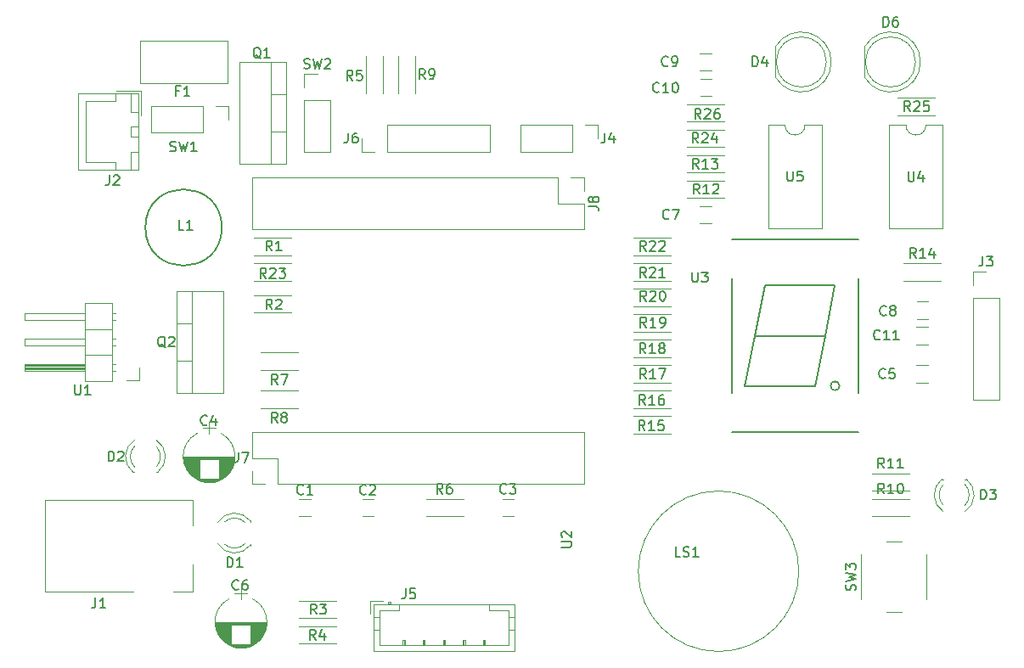
<source format=gto>
G04 #@! TF.FileFunction,Legend,Top*
%FSLAX46Y46*%
G04 Gerber Fmt 4.6, Leading zero omitted, Abs format (unit mm)*
G04 Created by KiCad (PCBNEW 4.0.7) date Mon Feb 26 15:09:19 2018*
%MOMM*%
%LPD*%
G01*
G04 APERTURE LIST*
%ADD10C,0.100000*%
%ADD11C,0.120000*%
%ADD12C,0.150000*%
G04 APERTURE END LIST*
D10*
D11*
X104112000Y-113256000D02*
X102938000Y-113256000D01*
X104112000Y-111534000D02*
X102938000Y-111534000D01*
X109248000Y-111534000D02*
X110422000Y-111534000D01*
X109248000Y-113256000D02*
X110422000Y-113256000D01*
X123218000Y-111534000D02*
X124392000Y-111534000D01*
X123218000Y-113256000D02*
X124392000Y-113256000D01*
X95159723Y-109600722D02*
G75*
G03X95160000Y-104989420I-1179723J2305722D01*
G01*
X92800277Y-109600722D02*
G75*
G02X92800000Y-104989420I1179723J2305722D01*
G01*
X92800277Y-109600722D02*
G75*
G03X95160000Y-109600580I1179723J2305722D01*
G01*
X96530000Y-107295000D02*
X91430000Y-107295000D01*
X96530000Y-107335000D02*
X91430000Y-107335000D01*
X96529000Y-107375000D02*
X91431000Y-107375000D01*
X96528000Y-107415000D02*
X91432000Y-107415000D01*
X96526000Y-107455000D02*
X91434000Y-107455000D01*
X96523000Y-107495000D02*
X91437000Y-107495000D01*
X96519000Y-107535000D02*
X91441000Y-107535000D01*
X96515000Y-107575000D02*
X94960000Y-107575000D01*
X93000000Y-107575000D02*
X91445000Y-107575000D01*
X96511000Y-107615000D02*
X94960000Y-107615000D01*
X93000000Y-107615000D02*
X91449000Y-107615000D01*
X96505000Y-107655000D02*
X94960000Y-107655000D01*
X93000000Y-107655000D02*
X91455000Y-107655000D01*
X96499000Y-107695000D02*
X94960000Y-107695000D01*
X93000000Y-107695000D02*
X91461000Y-107695000D01*
X96493000Y-107735000D02*
X94960000Y-107735000D01*
X93000000Y-107735000D02*
X91467000Y-107735000D01*
X96486000Y-107775000D02*
X94960000Y-107775000D01*
X93000000Y-107775000D02*
X91474000Y-107775000D01*
X96478000Y-107815000D02*
X94960000Y-107815000D01*
X93000000Y-107815000D02*
X91482000Y-107815000D01*
X96469000Y-107855000D02*
X94960000Y-107855000D01*
X93000000Y-107855000D02*
X91491000Y-107855000D01*
X96460000Y-107895000D02*
X94960000Y-107895000D01*
X93000000Y-107895000D02*
X91500000Y-107895000D01*
X96450000Y-107935000D02*
X94960000Y-107935000D01*
X93000000Y-107935000D02*
X91510000Y-107935000D01*
X96440000Y-107975000D02*
X94960000Y-107975000D01*
X93000000Y-107975000D02*
X91520000Y-107975000D01*
X96428000Y-108016000D02*
X94960000Y-108016000D01*
X93000000Y-108016000D02*
X91532000Y-108016000D01*
X96416000Y-108056000D02*
X94960000Y-108056000D01*
X93000000Y-108056000D02*
X91544000Y-108056000D01*
X96404000Y-108096000D02*
X94960000Y-108096000D01*
X93000000Y-108096000D02*
X91556000Y-108096000D01*
X96390000Y-108136000D02*
X94960000Y-108136000D01*
X93000000Y-108136000D02*
X91570000Y-108136000D01*
X96376000Y-108176000D02*
X94960000Y-108176000D01*
X93000000Y-108176000D02*
X91584000Y-108176000D01*
X96362000Y-108216000D02*
X94960000Y-108216000D01*
X93000000Y-108216000D02*
X91598000Y-108216000D01*
X96346000Y-108256000D02*
X94960000Y-108256000D01*
X93000000Y-108256000D02*
X91614000Y-108256000D01*
X96330000Y-108296000D02*
X94960000Y-108296000D01*
X93000000Y-108296000D02*
X91630000Y-108296000D01*
X96313000Y-108336000D02*
X94960000Y-108336000D01*
X93000000Y-108336000D02*
X91647000Y-108336000D01*
X96295000Y-108376000D02*
X94960000Y-108376000D01*
X93000000Y-108376000D02*
X91665000Y-108376000D01*
X96276000Y-108416000D02*
X94960000Y-108416000D01*
X93000000Y-108416000D02*
X91684000Y-108416000D01*
X96256000Y-108456000D02*
X94960000Y-108456000D01*
X93000000Y-108456000D02*
X91704000Y-108456000D01*
X96236000Y-108496000D02*
X94960000Y-108496000D01*
X93000000Y-108496000D02*
X91724000Y-108496000D01*
X96214000Y-108536000D02*
X94960000Y-108536000D01*
X93000000Y-108536000D02*
X91746000Y-108536000D01*
X96192000Y-108576000D02*
X94960000Y-108576000D01*
X93000000Y-108576000D02*
X91768000Y-108576000D01*
X96169000Y-108616000D02*
X94960000Y-108616000D01*
X93000000Y-108616000D02*
X91791000Y-108616000D01*
X96145000Y-108656000D02*
X94960000Y-108656000D01*
X93000000Y-108656000D02*
X91815000Y-108656000D01*
X96120000Y-108696000D02*
X94960000Y-108696000D01*
X93000000Y-108696000D02*
X91840000Y-108696000D01*
X96093000Y-108736000D02*
X94960000Y-108736000D01*
X93000000Y-108736000D02*
X91867000Y-108736000D01*
X96066000Y-108776000D02*
X94960000Y-108776000D01*
X93000000Y-108776000D02*
X91894000Y-108776000D01*
X96038000Y-108816000D02*
X94960000Y-108816000D01*
X93000000Y-108816000D02*
X91922000Y-108816000D01*
X96008000Y-108856000D02*
X94960000Y-108856000D01*
X93000000Y-108856000D02*
X91952000Y-108856000D01*
X95977000Y-108896000D02*
X94960000Y-108896000D01*
X93000000Y-108896000D02*
X91983000Y-108896000D01*
X95945000Y-108936000D02*
X94960000Y-108936000D01*
X93000000Y-108936000D02*
X92015000Y-108936000D01*
X95912000Y-108976000D02*
X94960000Y-108976000D01*
X93000000Y-108976000D02*
X92048000Y-108976000D01*
X95877000Y-109016000D02*
X94960000Y-109016000D01*
X93000000Y-109016000D02*
X92083000Y-109016000D01*
X95841000Y-109056000D02*
X94960000Y-109056000D01*
X93000000Y-109056000D02*
X92119000Y-109056000D01*
X95803000Y-109096000D02*
X94960000Y-109096000D01*
X93000000Y-109096000D02*
X92157000Y-109096000D01*
X95763000Y-109136000D02*
X94960000Y-109136000D01*
X93000000Y-109136000D02*
X92197000Y-109136000D01*
X95722000Y-109176000D02*
X94960000Y-109176000D01*
X93000000Y-109176000D02*
X92238000Y-109176000D01*
X95679000Y-109216000D02*
X94960000Y-109216000D01*
X93000000Y-109216000D02*
X92281000Y-109216000D01*
X95634000Y-109256000D02*
X94960000Y-109256000D01*
X93000000Y-109256000D02*
X92326000Y-109256000D01*
X95586000Y-109296000D02*
X94960000Y-109296000D01*
X93000000Y-109296000D02*
X92374000Y-109296000D01*
X95536000Y-109336000D02*
X94960000Y-109336000D01*
X93000000Y-109336000D02*
X92424000Y-109336000D01*
X95484000Y-109376000D02*
X94960000Y-109376000D01*
X93000000Y-109376000D02*
X92476000Y-109376000D01*
X95428000Y-109416000D02*
X94960000Y-109416000D01*
X93000000Y-109416000D02*
X92532000Y-109416000D01*
X95370000Y-109456000D02*
X94960000Y-109456000D01*
X93000000Y-109456000D02*
X92590000Y-109456000D01*
X95307000Y-109496000D02*
X94960000Y-109496000D01*
X93000000Y-109496000D02*
X92653000Y-109496000D01*
X95241000Y-109536000D02*
X92719000Y-109536000D01*
X95169000Y-109576000D02*
X92791000Y-109576000D01*
X95092000Y-109616000D02*
X92868000Y-109616000D01*
X95008000Y-109656000D02*
X92952000Y-109656000D01*
X94914000Y-109696000D02*
X93046000Y-109696000D01*
X94809000Y-109736000D02*
X93151000Y-109736000D01*
X94687000Y-109776000D02*
X93273000Y-109776000D01*
X94539000Y-109816000D02*
X93421000Y-109816000D01*
X94334000Y-109856000D02*
X93626000Y-109856000D01*
X93980000Y-103845000D02*
X93980000Y-105045000D01*
X94630000Y-104445000D02*
X93330000Y-104445000D01*
X164493000Y-98199000D02*
X165667000Y-98199000D01*
X164493000Y-99921000D02*
X165667000Y-99921000D01*
X98334723Y-126110722D02*
G75*
G03X98335000Y-121499420I-1179723J2305722D01*
G01*
X95975277Y-126110722D02*
G75*
G02X95975000Y-121499420I1179723J2305722D01*
G01*
X95975277Y-126110722D02*
G75*
G03X98335000Y-126110580I1179723J2305722D01*
G01*
X99705000Y-123805000D02*
X94605000Y-123805000D01*
X99705000Y-123845000D02*
X94605000Y-123845000D01*
X99704000Y-123885000D02*
X94606000Y-123885000D01*
X99703000Y-123925000D02*
X94607000Y-123925000D01*
X99701000Y-123965000D02*
X94609000Y-123965000D01*
X99698000Y-124005000D02*
X94612000Y-124005000D01*
X99694000Y-124045000D02*
X94616000Y-124045000D01*
X99690000Y-124085000D02*
X98135000Y-124085000D01*
X96175000Y-124085000D02*
X94620000Y-124085000D01*
X99686000Y-124125000D02*
X98135000Y-124125000D01*
X96175000Y-124125000D02*
X94624000Y-124125000D01*
X99680000Y-124165000D02*
X98135000Y-124165000D01*
X96175000Y-124165000D02*
X94630000Y-124165000D01*
X99674000Y-124205000D02*
X98135000Y-124205000D01*
X96175000Y-124205000D02*
X94636000Y-124205000D01*
X99668000Y-124245000D02*
X98135000Y-124245000D01*
X96175000Y-124245000D02*
X94642000Y-124245000D01*
X99661000Y-124285000D02*
X98135000Y-124285000D01*
X96175000Y-124285000D02*
X94649000Y-124285000D01*
X99653000Y-124325000D02*
X98135000Y-124325000D01*
X96175000Y-124325000D02*
X94657000Y-124325000D01*
X99644000Y-124365000D02*
X98135000Y-124365000D01*
X96175000Y-124365000D02*
X94666000Y-124365000D01*
X99635000Y-124405000D02*
X98135000Y-124405000D01*
X96175000Y-124405000D02*
X94675000Y-124405000D01*
X99625000Y-124445000D02*
X98135000Y-124445000D01*
X96175000Y-124445000D02*
X94685000Y-124445000D01*
X99615000Y-124485000D02*
X98135000Y-124485000D01*
X96175000Y-124485000D02*
X94695000Y-124485000D01*
X99603000Y-124526000D02*
X98135000Y-124526000D01*
X96175000Y-124526000D02*
X94707000Y-124526000D01*
X99591000Y-124566000D02*
X98135000Y-124566000D01*
X96175000Y-124566000D02*
X94719000Y-124566000D01*
X99579000Y-124606000D02*
X98135000Y-124606000D01*
X96175000Y-124606000D02*
X94731000Y-124606000D01*
X99565000Y-124646000D02*
X98135000Y-124646000D01*
X96175000Y-124646000D02*
X94745000Y-124646000D01*
X99551000Y-124686000D02*
X98135000Y-124686000D01*
X96175000Y-124686000D02*
X94759000Y-124686000D01*
X99537000Y-124726000D02*
X98135000Y-124726000D01*
X96175000Y-124726000D02*
X94773000Y-124726000D01*
X99521000Y-124766000D02*
X98135000Y-124766000D01*
X96175000Y-124766000D02*
X94789000Y-124766000D01*
X99505000Y-124806000D02*
X98135000Y-124806000D01*
X96175000Y-124806000D02*
X94805000Y-124806000D01*
X99488000Y-124846000D02*
X98135000Y-124846000D01*
X96175000Y-124846000D02*
X94822000Y-124846000D01*
X99470000Y-124886000D02*
X98135000Y-124886000D01*
X96175000Y-124886000D02*
X94840000Y-124886000D01*
X99451000Y-124926000D02*
X98135000Y-124926000D01*
X96175000Y-124926000D02*
X94859000Y-124926000D01*
X99431000Y-124966000D02*
X98135000Y-124966000D01*
X96175000Y-124966000D02*
X94879000Y-124966000D01*
X99411000Y-125006000D02*
X98135000Y-125006000D01*
X96175000Y-125006000D02*
X94899000Y-125006000D01*
X99389000Y-125046000D02*
X98135000Y-125046000D01*
X96175000Y-125046000D02*
X94921000Y-125046000D01*
X99367000Y-125086000D02*
X98135000Y-125086000D01*
X96175000Y-125086000D02*
X94943000Y-125086000D01*
X99344000Y-125126000D02*
X98135000Y-125126000D01*
X96175000Y-125126000D02*
X94966000Y-125126000D01*
X99320000Y-125166000D02*
X98135000Y-125166000D01*
X96175000Y-125166000D02*
X94990000Y-125166000D01*
X99295000Y-125206000D02*
X98135000Y-125206000D01*
X96175000Y-125206000D02*
X95015000Y-125206000D01*
X99268000Y-125246000D02*
X98135000Y-125246000D01*
X96175000Y-125246000D02*
X95042000Y-125246000D01*
X99241000Y-125286000D02*
X98135000Y-125286000D01*
X96175000Y-125286000D02*
X95069000Y-125286000D01*
X99213000Y-125326000D02*
X98135000Y-125326000D01*
X96175000Y-125326000D02*
X95097000Y-125326000D01*
X99183000Y-125366000D02*
X98135000Y-125366000D01*
X96175000Y-125366000D02*
X95127000Y-125366000D01*
X99152000Y-125406000D02*
X98135000Y-125406000D01*
X96175000Y-125406000D02*
X95158000Y-125406000D01*
X99120000Y-125446000D02*
X98135000Y-125446000D01*
X96175000Y-125446000D02*
X95190000Y-125446000D01*
X99087000Y-125486000D02*
X98135000Y-125486000D01*
X96175000Y-125486000D02*
X95223000Y-125486000D01*
X99052000Y-125526000D02*
X98135000Y-125526000D01*
X96175000Y-125526000D02*
X95258000Y-125526000D01*
X99016000Y-125566000D02*
X98135000Y-125566000D01*
X96175000Y-125566000D02*
X95294000Y-125566000D01*
X98978000Y-125606000D02*
X98135000Y-125606000D01*
X96175000Y-125606000D02*
X95332000Y-125606000D01*
X98938000Y-125646000D02*
X98135000Y-125646000D01*
X96175000Y-125646000D02*
X95372000Y-125646000D01*
X98897000Y-125686000D02*
X98135000Y-125686000D01*
X96175000Y-125686000D02*
X95413000Y-125686000D01*
X98854000Y-125726000D02*
X98135000Y-125726000D01*
X96175000Y-125726000D02*
X95456000Y-125726000D01*
X98809000Y-125766000D02*
X98135000Y-125766000D01*
X96175000Y-125766000D02*
X95501000Y-125766000D01*
X98761000Y-125806000D02*
X98135000Y-125806000D01*
X96175000Y-125806000D02*
X95549000Y-125806000D01*
X98711000Y-125846000D02*
X98135000Y-125846000D01*
X96175000Y-125846000D02*
X95599000Y-125846000D01*
X98659000Y-125886000D02*
X98135000Y-125886000D01*
X96175000Y-125886000D02*
X95651000Y-125886000D01*
X98603000Y-125926000D02*
X98135000Y-125926000D01*
X96175000Y-125926000D02*
X95707000Y-125926000D01*
X98545000Y-125966000D02*
X98135000Y-125966000D01*
X96175000Y-125966000D02*
X95765000Y-125966000D01*
X98482000Y-126006000D02*
X98135000Y-126006000D01*
X96175000Y-126006000D02*
X95828000Y-126006000D01*
X98416000Y-126046000D02*
X95894000Y-126046000D01*
X98344000Y-126086000D02*
X95966000Y-126086000D01*
X98267000Y-126126000D02*
X96043000Y-126126000D01*
X98183000Y-126166000D02*
X96127000Y-126166000D01*
X98089000Y-126206000D02*
X96221000Y-126206000D01*
X97984000Y-126246000D02*
X96326000Y-126246000D01*
X97862000Y-126286000D02*
X96448000Y-126286000D01*
X97714000Y-126326000D02*
X96596000Y-126326000D01*
X97509000Y-126366000D02*
X96801000Y-126366000D01*
X97155000Y-120355000D02*
X97155000Y-121555000D01*
X97805000Y-120955000D02*
X96505000Y-120955000D01*
X142903000Y-82324000D02*
X144077000Y-82324000D01*
X142903000Y-84046000D02*
X144077000Y-84046000D01*
X165707000Y-93571000D02*
X164533000Y-93571000D01*
X165707000Y-91849000D02*
X164533000Y-91849000D01*
X142903000Y-67084000D02*
X144077000Y-67084000D01*
X142903000Y-68806000D02*
X144077000Y-68806000D01*
X144117000Y-71346000D02*
X142943000Y-71346000D01*
X144117000Y-69624000D02*
X142943000Y-69624000D01*
X164493000Y-94389000D02*
X165667000Y-94389000D01*
X164493000Y-96111000D02*
X165667000Y-96111000D01*
X94847665Y-116013608D02*
G75*
G03X98080000Y-116170516I1672335J1078608D01*
G01*
X94847665Y-113856392D02*
G75*
G02X98080000Y-113699484I1672335J-1078608D01*
G01*
X95478870Y-116014837D02*
G75*
G03X97560961Y-116015000I1041130J1079837D01*
G01*
X95478870Y-113855163D02*
G75*
G02X97560961Y-113855000I1041130J-1079837D01*
G01*
X98080000Y-116171000D02*
X98080000Y-116015000D01*
X98080000Y-113855000D02*
X98080000Y-113699000D01*
X86551392Y-105642665D02*
G75*
G03X86394484Y-108875000I1078608J-1672335D01*
G01*
X88708608Y-105642665D02*
G75*
G02X88865516Y-108875000I-1078608J-1672335D01*
G01*
X86550163Y-106273870D02*
G75*
G03X86550000Y-108355961I1079837J-1041130D01*
G01*
X88709837Y-106273870D02*
G75*
G02X88710000Y-108355961I-1079837J-1041130D01*
G01*
X86394000Y-108875000D02*
X86550000Y-108875000D01*
X88710000Y-108875000D02*
X88866000Y-108875000D01*
X169353608Y-112797335D02*
G75*
G03X169510516Y-109565000I-1078608J1672335D01*
G01*
X167196392Y-112797335D02*
G75*
G02X167039484Y-109565000I1078608J1672335D01*
G01*
X169354837Y-112166130D02*
G75*
G03X169355000Y-110084039I-1079837J1041130D01*
G01*
X167195163Y-112166130D02*
G75*
G02X167195000Y-110084039I1079837J1041130D01*
G01*
X169511000Y-109565000D02*
X169355000Y-109565000D01*
X167195000Y-109565000D02*
X167039000Y-109565000D01*
X156025000Y-67945462D02*
G75*
G03X150475000Y-66400170I-2990000J462D01*
G01*
X156025000Y-67944538D02*
G75*
G02X150475000Y-69489830I-2990000J-462D01*
G01*
X155535000Y-67945000D02*
G75*
G03X155535000Y-67945000I-2500000J0D01*
G01*
X150475000Y-66400000D02*
X150475000Y-69490000D01*
X86440000Y-120805000D02*
X77640000Y-120805000D01*
X77640000Y-120805000D02*
X77640000Y-111605000D01*
X92340000Y-118105000D02*
X92340000Y-120805000D01*
X92340000Y-120805000D02*
X90440000Y-120805000D01*
X77640000Y-111605000D02*
X92340000Y-111605000D01*
X92340000Y-111605000D02*
X92340000Y-114205000D01*
X86905000Y-71110000D02*
X80955000Y-71110000D01*
X80955000Y-71110000D02*
X80955000Y-78710000D01*
X80955000Y-78710000D02*
X86905000Y-78710000D01*
X86905000Y-78710000D02*
X86905000Y-71110000D01*
X86905000Y-74410000D02*
X86155000Y-74410000D01*
X86155000Y-74410000D02*
X86155000Y-75410000D01*
X86155000Y-75410000D02*
X86905000Y-75410000D01*
X86905000Y-75410000D02*
X86905000Y-74410000D01*
X86905000Y-71110000D02*
X86155000Y-71110000D01*
X86155000Y-71110000D02*
X86155000Y-72910000D01*
X86155000Y-72910000D02*
X86905000Y-72910000D01*
X86905000Y-72910000D02*
X86905000Y-71110000D01*
X86905000Y-76910000D02*
X86155000Y-76910000D01*
X86155000Y-76910000D02*
X86155000Y-78710000D01*
X86155000Y-78710000D02*
X86905000Y-78710000D01*
X86905000Y-78710000D02*
X86905000Y-76910000D01*
X84655000Y-71110000D02*
X84655000Y-71860000D01*
X84655000Y-71860000D02*
X81705000Y-71860000D01*
X81705000Y-71860000D02*
X81705000Y-74910000D01*
X84655000Y-78710000D02*
X84655000Y-77960000D01*
X84655000Y-77960000D02*
X81705000Y-77960000D01*
X81705000Y-77960000D02*
X81705000Y-74910000D01*
X87205000Y-73310000D02*
X87205000Y-70810000D01*
X87205000Y-70810000D02*
X84705000Y-70810000D01*
X110345000Y-122025000D02*
X110345000Y-126725000D01*
X110345000Y-126725000D02*
X124445000Y-126725000D01*
X124445000Y-126725000D02*
X124445000Y-122025000D01*
X124445000Y-122025000D02*
X110345000Y-122025000D01*
X112895000Y-122025000D02*
X112895000Y-122625000D01*
X112895000Y-122625000D02*
X110945000Y-122625000D01*
X110945000Y-122625000D02*
X110945000Y-126125000D01*
X110945000Y-126125000D02*
X123845000Y-126125000D01*
X123845000Y-126125000D02*
X123845000Y-122625000D01*
X123845000Y-122625000D02*
X121895000Y-122625000D01*
X121895000Y-122625000D02*
X121895000Y-122025000D01*
X110345000Y-123325000D02*
X110945000Y-123325000D01*
X110345000Y-124625000D02*
X110945000Y-124625000D01*
X124445000Y-123325000D02*
X123845000Y-123325000D01*
X124445000Y-124625000D02*
X123845000Y-124625000D01*
X112095000Y-122025000D02*
X112095000Y-121825000D01*
X112095000Y-121825000D02*
X111795000Y-121825000D01*
X111795000Y-121825000D02*
X111795000Y-122025000D01*
X112095000Y-121925000D02*
X111795000Y-121925000D01*
X113295000Y-126125000D02*
X113295000Y-125625000D01*
X113295000Y-125625000D02*
X113495000Y-125625000D01*
X113495000Y-125625000D02*
X113495000Y-126125000D01*
X113395000Y-126125000D02*
X113395000Y-125625000D01*
X115295000Y-126125000D02*
X115295000Y-125625000D01*
X115295000Y-125625000D02*
X115495000Y-125625000D01*
X115495000Y-125625000D02*
X115495000Y-126125000D01*
X115395000Y-126125000D02*
X115395000Y-125625000D01*
X117295000Y-126125000D02*
X117295000Y-125625000D01*
X117295000Y-125625000D02*
X117495000Y-125625000D01*
X117495000Y-125625000D02*
X117495000Y-126125000D01*
X117395000Y-126125000D02*
X117395000Y-125625000D01*
X119295000Y-126125000D02*
X119295000Y-125625000D01*
X119295000Y-125625000D02*
X119495000Y-125625000D01*
X119495000Y-125625000D02*
X119495000Y-126125000D01*
X119395000Y-126125000D02*
X119395000Y-125625000D01*
X121295000Y-126125000D02*
X121295000Y-125625000D01*
X121295000Y-125625000D02*
X121495000Y-125625000D01*
X121495000Y-125625000D02*
X121495000Y-126125000D01*
X121395000Y-126125000D02*
X121395000Y-125625000D01*
X111295000Y-121725000D02*
X110045000Y-121725000D01*
X110045000Y-121725000D02*
X110045000Y-122975000D01*
X131378000Y-110042000D02*
X131378000Y-104842000D01*
X100838000Y-110042000D02*
X131378000Y-110042000D01*
X98238000Y-104842000D02*
X131378000Y-104842000D01*
X100838000Y-110042000D02*
X100838000Y-107442000D01*
X100838000Y-107442000D02*
X98238000Y-107442000D01*
X98238000Y-107442000D02*
X98238000Y-104842000D01*
X99568000Y-110042000D02*
X98238000Y-110042000D01*
X98238000Y-110042000D02*
X98238000Y-108712000D01*
X98238000Y-79442000D02*
X98238000Y-84642000D01*
X128778000Y-79442000D02*
X98238000Y-79442000D01*
X131378000Y-84642000D02*
X98238000Y-84642000D01*
X128778000Y-79442000D02*
X128778000Y-82042000D01*
X128778000Y-82042000D02*
X131378000Y-82042000D01*
X131378000Y-82042000D02*
X131378000Y-84642000D01*
X130048000Y-79442000D02*
X131378000Y-79442000D01*
X131378000Y-79442000D02*
X131378000Y-80772000D01*
D12*
X95250000Y-84455000D02*
G75*
G03X95250000Y-84455000I-3810000J0D01*
G01*
D11*
X152784871Y-118745000D02*
G75*
G03X152784871Y-118745000I-8004871J0D01*
G01*
X101680000Y-67905000D02*
X101680000Y-78145000D01*
X97039000Y-67905000D02*
X97039000Y-78145000D01*
X101680000Y-67905000D02*
X97039000Y-67905000D01*
X101680000Y-78145000D02*
X97039000Y-78145000D01*
X100170000Y-67905000D02*
X100170000Y-78145000D01*
X101680000Y-71175000D02*
X100170000Y-71175000D01*
X101680000Y-74876000D02*
X100170000Y-74876000D01*
X90725000Y-101005000D02*
X90725000Y-90765000D01*
X95366000Y-101005000D02*
X95366000Y-90765000D01*
X90725000Y-101005000D02*
X95366000Y-101005000D01*
X90725000Y-90765000D02*
X95366000Y-90765000D01*
X92235000Y-101005000D02*
X92235000Y-90765000D01*
X90725000Y-97735000D02*
X92235000Y-97735000D01*
X90725000Y-94034000D02*
X92235000Y-94034000D01*
X98470000Y-85500000D02*
X102190000Y-85500000D01*
X98470000Y-87220000D02*
X102190000Y-87220000D01*
X102190000Y-89760000D02*
X98470000Y-89760000D01*
X102190000Y-88040000D02*
X98470000Y-88040000D01*
X102915000Y-121695000D02*
X106635000Y-121695000D01*
X102915000Y-123415000D02*
X106635000Y-123415000D01*
X106635000Y-125955000D02*
X102915000Y-125955000D01*
X106635000Y-124235000D02*
X102915000Y-124235000D01*
X109630000Y-71075000D02*
X109630000Y-67355000D01*
X111350000Y-71075000D02*
X111350000Y-67355000D01*
X119335000Y-113255000D02*
X115615000Y-113255000D01*
X119335000Y-111535000D02*
X115615000Y-111535000D01*
X102825000Y-98650000D02*
X99105000Y-98650000D01*
X102825000Y-96930000D02*
X99105000Y-96930000D01*
X102825000Y-102460000D02*
X99105000Y-102460000D01*
X102825000Y-100740000D02*
X99105000Y-100740000D01*
X112805000Y-71075000D02*
X112805000Y-67355000D01*
X114525000Y-71075000D02*
X114525000Y-67355000D01*
X160065000Y-111535000D02*
X163785000Y-111535000D01*
X160065000Y-113255000D02*
X163785000Y-113255000D01*
X160065000Y-108995000D02*
X163785000Y-108995000D01*
X160065000Y-110715000D02*
X163785000Y-110715000D01*
X145370000Y-81505000D02*
X141650000Y-81505000D01*
X145370000Y-79785000D02*
X141650000Y-79785000D01*
X145370000Y-78965000D02*
X141650000Y-78965000D01*
X145370000Y-77245000D02*
X141650000Y-77245000D01*
X163240000Y-88040000D02*
X166960000Y-88040000D01*
X163240000Y-89760000D02*
X166960000Y-89760000D01*
X140036000Y-105000000D02*
X136316000Y-105000000D01*
X140036000Y-103280000D02*
X136316000Y-103280000D01*
X140036000Y-102460000D02*
X136316000Y-102460000D01*
X140036000Y-100740000D02*
X136316000Y-100740000D01*
X140036000Y-99920000D02*
X136316000Y-99920000D01*
X140036000Y-98200000D02*
X136316000Y-98200000D01*
X140036000Y-97380000D02*
X136316000Y-97380000D01*
X140036000Y-95660000D02*
X136316000Y-95660000D01*
X140036000Y-94840000D02*
X136316000Y-94840000D01*
X140036000Y-93120000D02*
X136316000Y-93120000D01*
X140036000Y-92300000D02*
X136316000Y-92300000D01*
X140036000Y-90580000D02*
X136316000Y-90580000D01*
X140036000Y-89760000D02*
X136316000Y-89760000D01*
X140036000Y-88040000D02*
X136316000Y-88040000D01*
X140036000Y-87220000D02*
X136316000Y-87220000D01*
X140036000Y-85500000D02*
X136316000Y-85500000D01*
X98470000Y-91215000D02*
X102190000Y-91215000D01*
X98470000Y-92935000D02*
X102190000Y-92935000D01*
X145370000Y-76425000D02*
X141650000Y-76425000D01*
X145370000Y-74705000D02*
X141650000Y-74705000D01*
X166325000Y-73250000D02*
X162605000Y-73250000D01*
X166325000Y-71530000D02*
X162605000Y-71530000D01*
X145370000Y-73885000D02*
X141650000Y-73885000D01*
X145370000Y-72165000D02*
X141650000Y-72165000D01*
X88205000Y-72330000D02*
X88205000Y-74990000D01*
X93345000Y-72330000D02*
X88205000Y-72330000D01*
X93345000Y-74990000D02*
X88205000Y-74990000D01*
X93345000Y-72330000D02*
X93345000Y-74990000D01*
X94615000Y-72330000D02*
X95945000Y-72330000D01*
X95945000Y-72330000D02*
X95945000Y-73660000D01*
X103445000Y-76895000D02*
X106105000Y-76895000D01*
X103445000Y-71755000D02*
X103445000Y-76895000D01*
X106105000Y-71755000D02*
X106105000Y-76895000D01*
X103445000Y-71755000D02*
X106105000Y-71755000D01*
X103445000Y-70485000D02*
X103445000Y-69155000D01*
X103445000Y-69155000D02*
X104775000Y-69155000D01*
D12*
X156847214Y-100250000D02*
G75*
G03X156847214Y-100250000I-447214J0D01*
G01*
X149400000Y-90250000D02*
X148400000Y-95250000D01*
X148400000Y-95250000D02*
X147400000Y-100250000D01*
X147400000Y-100250000D02*
X154400000Y-100250000D01*
X154400000Y-100250000D02*
X155400000Y-95250000D01*
X156400000Y-90250000D02*
X155400000Y-95250000D01*
X155400000Y-95250000D02*
X148400000Y-95250000D01*
X149400000Y-90250000D02*
X156400000Y-90250000D01*
X158700000Y-104850000D02*
X146100000Y-104850000D01*
X146100000Y-89550000D02*
X146100000Y-100950000D01*
X158700000Y-89550000D02*
X158700000Y-100950000D01*
X146100000Y-85650000D02*
X158700000Y-85650000D01*
D11*
X165465000Y-74235000D02*
G75*
G02X163465000Y-74235000I-1000000J0D01*
G01*
X163465000Y-74235000D02*
X161815000Y-74235000D01*
X161815000Y-74235000D02*
X161815000Y-84515000D01*
X161815000Y-84515000D02*
X167115000Y-84515000D01*
X167115000Y-84515000D02*
X167115000Y-74235000D01*
X167115000Y-74235000D02*
X165465000Y-74235000D01*
X153400000Y-74235000D02*
G75*
G02X151400000Y-74235000I-1000000J0D01*
G01*
X151400000Y-74235000D02*
X149750000Y-74235000D01*
X149750000Y-74235000D02*
X149750000Y-84515000D01*
X149750000Y-84515000D02*
X155050000Y-84515000D01*
X155050000Y-84515000D02*
X155050000Y-74235000D01*
X155050000Y-74235000D02*
X153400000Y-74235000D01*
X84285000Y-99755000D02*
X84285000Y-92015000D01*
X84285000Y-92015000D02*
X81625000Y-92015000D01*
X81625000Y-92015000D02*
X81625000Y-99755000D01*
X81625000Y-99755000D02*
X84285000Y-99755000D01*
X81625000Y-98805000D02*
X75625000Y-98805000D01*
X75625000Y-98805000D02*
X75625000Y-98045000D01*
X75625000Y-98045000D02*
X81625000Y-98045000D01*
X81625000Y-98745000D02*
X75625000Y-98745000D01*
X81625000Y-98625000D02*
X75625000Y-98625000D01*
X81625000Y-98505000D02*
X75625000Y-98505000D01*
X81625000Y-98385000D02*
X75625000Y-98385000D01*
X81625000Y-98265000D02*
X75625000Y-98265000D01*
X81625000Y-98145000D02*
X75625000Y-98145000D01*
X84615000Y-98805000D02*
X84285000Y-98805000D01*
X84615000Y-98045000D02*
X84285000Y-98045000D01*
X84285000Y-97155000D02*
X81625000Y-97155000D01*
X81625000Y-96265000D02*
X75625000Y-96265000D01*
X75625000Y-96265000D02*
X75625000Y-95505000D01*
X75625000Y-95505000D02*
X81625000Y-95505000D01*
X84682071Y-96265000D02*
X84285000Y-96265000D01*
X84682071Y-95505000D02*
X84285000Y-95505000D01*
X84285000Y-94615000D02*
X81625000Y-94615000D01*
X81625000Y-93725000D02*
X75625000Y-93725000D01*
X75625000Y-93725000D02*
X75625000Y-92965000D01*
X75625000Y-92965000D02*
X81625000Y-92965000D01*
X84682071Y-93725000D02*
X84285000Y-93725000D01*
X84682071Y-92965000D02*
X84285000Y-92965000D01*
X86995000Y-98425000D02*
X86995000Y-99695000D01*
X86995000Y-99695000D02*
X85725000Y-99695000D01*
X95810000Y-70065000D02*
X87070000Y-70065000D01*
X95810000Y-70065000D02*
X95810000Y-65825000D01*
X87070000Y-65825000D02*
X87070000Y-70065000D01*
X87070000Y-65825000D02*
X95810000Y-65825000D01*
X170120000Y-101660000D02*
X172780000Y-101660000D01*
X170120000Y-91440000D02*
X170120000Y-101660000D01*
X172780000Y-91440000D02*
X172780000Y-101660000D01*
X170120000Y-91440000D02*
X172780000Y-91440000D01*
X170120000Y-90170000D02*
X170120000Y-88840000D01*
X170120000Y-88840000D02*
X171450000Y-88840000D01*
X125035000Y-74235000D02*
X125035000Y-76895000D01*
X130175000Y-74235000D02*
X125035000Y-74235000D01*
X130175000Y-76895000D02*
X125035000Y-76895000D01*
X130175000Y-74235000D02*
X130175000Y-76895000D01*
X131445000Y-74235000D02*
X132775000Y-74235000D01*
X132775000Y-74235000D02*
X132775000Y-75565000D01*
X121980000Y-76895000D02*
X121980000Y-74235000D01*
X111760000Y-76895000D02*
X121980000Y-76895000D01*
X111760000Y-74235000D02*
X121980000Y-74235000D01*
X111760000Y-76895000D02*
X111760000Y-74235000D01*
X110490000Y-76895000D02*
X109160000Y-76895000D01*
X109160000Y-76895000D02*
X109160000Y-75565000D01*
X164915000Y-67945462D02*
G75*
G03X159365000Y-66400170I-2990000J462D01*
G01*
X164915000Y-67944538D02*
G75*
G02X159365000Y-69489830I-2990000J-462D01*
G01*
X164425000Y-67945000D02*
G75*
G03X164425000Y-67945000I-2500000J0D01*
G01*
X159365000Y-66400000D02*
X159365000Y-69490000D01*
X165520000Y-121555000D02*
X165520000Y-117055000D01*
X161520000Y-122805000D02*
X163020000Y-122805000D01*
X159020000Y-117055000D02*
X159020000Y-121555000D01*
X163020000Y-115805000D02*
X161520000Y-115805000D01*
D12*
X103373334Y-110997143D02*
X103325715Y-111044762D01*
X103182858Y-111092381D01*
X103087620Y-111092381D01*
X102944762Y-111044762D01*
X102849524Y-110949524D01*
X102801905Y-110854286D01*
X102754286Y-110663810D01*
X102754286Y-110520952D01*
X102801905Y-110330476D01*
X102849524Y-110235238D01*
X102944762Y-110140000D01*
X103087620Y-110092381D01*
X103182858Y-110092381D01*
X103325715Y-110140000D01*
X103373334Y-110187619D01*
X104325715Y-111092381D02*
X103754286Y-111092381D01*
X104040000Y-111092381D02*
X104040000Y-110092381D01*
X103944762Y-110235238D01*
X103849524Y-110330476D01*
X103754286Y-110378095D01*
X109643334Y-111017143D02*
X109595715Y-111064762D01*
X109452858Y-111112381D01*
X109357620Y-111112381D01*
X109214762Y-111064762D01*
X109119524Y-110969524D01*
X109071905Y-110874286D01*
X109024286Y-110683810D01*
X109024286Y-110540952D01*
X109071905Y-110350476D01*
X109119524Y-110255238D01*
X109214762Y-110160000D01*
X109357620Y-110112381D01*
X109452858Y-110112381D01*
X109595715Y-110160000D01*
X109643334Y-110207619D01*
X110024286Y-110207619D02*
X110071905Y-110160000D01*
X110167143Y-110112381D01*
X110405239Y-110112381D01*
X110500477Y-110160000D01*
X110548096Y-110207619D01*
X110595715Y-110302857D01*
X110595715Y-110398095D01*
X110548096Y-110540952D01*
X109976667Y-111112381D01*
X110595715Y-111112381D01*
X123613334Y-110917143D02*
X123565715Y-110964762D01*
X123422858Y-111012381D01*
X123327620Y-111012381D01*
X123184762Y-110964762D01*
X123089524Y-110869524D01*
X123041905Y-110774286D01*
X122994286Y-110583810D01*
X122994286Y-110440952D01*
X123041905Y-110250476D01*
X123089524Y-110155238D01*
X123184762Y-110060000D01*
X123327620Y-110012381D01*
X123422858Y-110012381D01*
X123565715Y-110060000D01*
X123613334Y-110107619D01*
X123946667Y-110012381D02*
X124565715Y-110012381D01*
X124232381Y-110393333D01*
X124375239Y-110393333D01*
X124470477Y-110440952D01*
X124518096Y-110488571D01*
X124565715Y-110583810D01*
X124565715Y-110821905D01*
X124518096Y-110917143D01*
X124470477Y-110964762D01*
X124375239Y-111012381D01*
X124089524Y-111012381D01*
X123994286Y-110964762D01*
X123946667Y-110917143D01*
X93773334Y-104097143D02*
X93725715Y-104144762D01*
X93582858Y-104192381D01*
X93487620Y-104192381D01*
X93344762Y-104144762D01*
X93249524Y-104049524D01*
X93201905Y-103954286D01*
X93154286Y-103763810D01*
X93154286Y-103620952D01*
X93201905Y-103430476D01*
X93249524Y-103335238D01*
X93344762Y-103240000D01*
X93487620Y-103192381D01*
X93582858Y-103192381D01*
X93725715Y-103240000D01*
X93773334Y-103287619D01*
X94630477Y-103525714D02*
X94630477Y-104192381D01*
X94392381Y-103144762D02*
X94154286Y-103859048D01*
X94773334Y-103859048D01*
X161403334Y-99417143D02*
X161355715Y-99464762D01*
X161212858Y-99512381D01*
X161117620Y-99512381D01*
X160974762Y-99464762D01*
X160879524Y-99369524D01*
X160831905Y-99274286D01*
X160784286Y-99083810D01*
X160784286Y-98940952D01*
X160831905Y-98750476D01*
X160879524Y-98655238D01*
X160974762Y-98560000D01*
X161117620Y-98512381D01*
X161212858Y-98512381D01*
X161355715Y-98560000D01*
X161403334Y-98607619D01*
X162308096Y-98512381D02*
X161831905Y-98512381D01*
X161784286Y-98988571D01*
X161831905Y-98940952D01*
X161927143Y-98893333D01*
X162165239Y-98893333D01*
X162260477Y-98940952D01*
X162308096Y-98988571D01*
X162355715Y-99083810D01*
X162355715Y-99321905D01*
X162308096Y-99417143D01*
X162260477Y-99464762D01*
X162165239Y-99512381D01*
X161927143Y-99512381D01*
X161831905Y-99464762D01*
X161784286Y-99417143D01*
X96903334Y-120507143D02*
X96855715Y-120554762D01*
X96712858Y-120602381D01*
X96617620Y-120602381D01*
X96474762Y-120554762D01*
X96379524Y-120459524D01*
X96331905Y-120364286D01*
X96284286Y-120173810D01*
X96284286Y-120030952D01*
X96331905Y-119840476D01*
X96379524Y-119745238D01*
X96474762Y-119650000D01*
X96617620Y-119602381D01*
X96712858Y-119602381D01*
X96855715Y-119650000D01*
X96903334Y-119697619D01*
X97760477Y-119602381D02*
X97570000Y-119602381D01*
X97474762Y-119650000D01*
X97427143Y-119697619D01*
X97331905Y-119840476D01*
X97284286Y-120030952D01*
X97284286Y-120411905D01*
X97331905Y-120507143D01*
X97379524Y-120554762D01*
X97474762Y-120602381D01*
X97665239Y-120602381D01*
X97760477Y-120554762D01*
X97808096Y-120507143D01*
X97855715Y-120411905D01*
X97855715Y-120173810D01*
X97808096Y-120078571D01*
X97760477Y-120030952D01*
X97665239Y-119983333D01*
X97474762Y-119983333D01*
X97379524Y-120030952D01*
X97331905Y-120078571D01*
X97284286Y-120173810D01*
X139843334Y-83547143D02*
X139795715Y-83594762D01*
X139652858Y-83642381D01*
X139557620Y-83642381D01*
X139414762Y-83594762D01*
X139319524Y-83499524D01*
X139271905Y-83404286D01*
X139224286Y-83213810D01*
X139224286Y-83070952D01*
X139271905Y-82880476D01*
X139319524Y-82785238D01*
X139414762Y-82690000D01*
X139557620Y-82642381D01*
X139652858Y-82642381D01*
X139795715Y-82690000D01*
X139843334Y-82737619D01*
X140176667Y-82642381D02*
X140843334Y-82642381D01*
X140414762Y-83642381D01*
X161493334Y-93147143D02*
X161445715Y-93194762D01*
X161302858Y-93242381D01*
X161207620Y-93242381D01*
X161064762Y-93194762D01*
X160969524Y-93099524D01*
X160921905Y-93004286D01*
X160874286Y-92813810D01*
X160874286Y-92670952D01*
X160921905Y-92480476D01*
X160969524Y-92385238D01*
X161064762Y-92290000D01*
X161207620Y-92242381D01*
X161302858Y-92242381D01*
X161445715Y-92290000D01*
X161493334Y-92337619D01*
X162064762Y-92670952D02*
X161969524Y-92623333D01*
X161921905Y-92575714D01*
X161874286Y-92480476D01*
X161874286Y-92432857D01*
X161921905Y-92337619D01*
X161969524Y-92290000D01*
X162064762Y-92242381D01*
X162255239Y-92242381D01*
X162350477Y-92290000D01*
X162398096Y-92337619D01*
X162445715Y-92432857D01*
X162445715Y-92480476D01*
X162398096Y-92575714D01*
X162350477Y-92623333D01*
X162255239Y-92670952D01*
X162064762Y-92670952D01*
X161969524Y-92718571D01*
X161921905Y-92766190D01*
X161874286Y-92861429D01*
X161874286Y-93051905D01*
X161921905Y-93147143D01*
X161969524Y-93194762D01*
X162064762Y-93242381D01*
X162255239Y-93242381D01*
X162350477Y-93194762D01*
X162398096Y-93147143D01*
X162445715Y-93051905D01*
X162445715Y-92861429D01*
X162398096Y-92766190D01*
X162350477Y-92718571D01*
X162255239Y-92670952D01*
X139733334Y-68287143D02*
X139685715Y-68334762D01*
X139542858Y-68382381D01*
X139447620Y-68382381D01*
X139304762Y-68334762D01*
X139209524Y-68239524D01*
X139161905Y-68144286D01*
X139114286Y-67953810D01*
X139114286Y-67810952D01*
X139161905Y-67620476D01*
X139209524Y-67525238D01*
X139304762Y-67430000D01*
X139447620Y-67382381D01*
X139542858Y-67382381D01*
X139685715Y-67430000D01*
X139733334Y-67477619D01*
X140209524Y-68382381D02*
X140400000Y-68382381D01*
X140495239Y-68334762D01*
X140542858Y-68287143D01*
X140638096Y-68144286D01*
X140685715Y-67953810D01*
X140685715Y-67572857D01*
X140638096Y-67477619D01*
X140590477Y-67430000D01*
X140495239Y-67382381D01*
X140304762Y-67382381D01*
X140209524Y-67430000D01*
X140161905Y-67477619D01*
X140114286Y-67572857D01*
X140114286Y-67810952D01*
X140161905Y-67906190D01*
X140209524Y-67953810D01*
X140304762Y-68001429D01*
X140495239Y-68001429D01*
X140590477Y-67953810D01*
X140638096Y-67906190D01*
X140685715Y-67810952D01*
X138847143Y-70897143D02*
X138799524Y-70944762D01*
X138656667Y-70992381D01*
X138561429Y-70992381D01*
X138418571Y-70944762D01*
X138323333Y-70849524D01*
X138275714Y-70754286D01*
X138228095Y-70563810D01*
X138228095Y-70420952D01*
X138275714Y-70230476D01*
X138323333Y-70135238D01*
X138418571Y-70040000D01*
X138561429Y-69992381D01*
X138656667Y-69992381D01*
X138799524Y-70040000D01*
X138847143Y-70087619D01*
X139799524Y-70992381D02*
X139228095Y-70992381D01*
X139513809Y-70992381D02*
X139513809Y-69992381D01*
X139418571Y-70135238D01*
X139323333Y-70230476D01*
X139228095Y-70278095D01*
X140418571Y-69992381D02*
X140513810Y-69992381D01*
X140609048Y-70040000D01*
X140656667Y-70087619D01*
X140704286Y-70182857D01*
X140751905Y-70373333D01*
X140751905Y-70611429D01*
X140704286Y-70801905D01*
X140656667Y-70897143D01*
X140609048Y-70944762D01*
X140513810Y-70992381D01*
X140418571Y-70992381D01*
X140323333Y-70944762D01*
X140275714Y-70897143D01*
X140228095Y-70801905D01*
X140180476Y-70611429D01*
X140180476Y-70373333D01*
X140228095Y-70182857D01*
X140275714Y-70087619D01*
X140323333Y-70040000D01*
X140418571Y-69992381D01*
X160877143Y-95577143D02*
X160829524Y-95624762D01*
X160686667Y-95672381D01*
X160591429Y-95672381D01*
X160448571Y-95624762D01*
X160353333Y-95529524D01*
X160305714Y-95434286D01*
X160258095Y-95243810D01*
X160258095Y-95100952D01*
X160305714Y-94910476D01*
X160353333Y-94815238D01*
X160448571Y-94720000D01*
X160591429Y-94672381D01*
X160686667Y-94672381D01*
X160829524Y-94720000D01*
X160877143Y-94767619D01*
X161829524Y-95672381D02*
X161258095Y-95672381D01*
X161543809Y-95672381D02*
X161543809Y-94672381D01*
X161448571Y-94815238D01*
X161353333Y-94910476D01*
X161258095Y-94958095D01*
X162781905Y-95672381D02*
X162210476Y-95672381D01*
X162496190Y-95672381D02*
X162496190Y-94672381D01*
X162400952Y-94815238D01*
X162305714Y-94910476D01*
X162210476Y-94958095D01*
X95781905Y-118347381D02*
X95781905Y-117347381D01*
X96020000Y-117347381D01*
X96162858Y-117395000D01*
X96258096Y-117490238D01*
X96305715Y-117585476D01*
X96353334Y-117775952D01*
X96353334Y-117918810D01*
X96305715Y-118109286D01*
X96258096Y-118204524D01*
X96162858Y-118299762D01*
X96020000Y-118347381D01*
X95781905Y-118347381D01*
X97305715Y-118347381D02*
X96734286Y-118347381D01*
X97020000Y-118347381D02*
X97020000Y-117347381D01*
X96924762Y-117490238D01*
X96829524Y-117585476D01*
X96734286Y-117633095D01*
X83931905Y-107767381D02*
X83931905Y-106767381D01*
X84170000Y-106767381D01*
X84312858Y-106815000D01*
X84408096Y-106910238D01*
X84455715Y-107005476D01*
X84503334Y-107195952D01*
X84503334Y-107338810D01*
X84455715Y-107529286D01*
X84408096Y-107624524D01*
X84312858Y-107719762D01*
X84170000Y-107767381D01*
X83931905Y-107767381D01*
X84884286Y-106862619D02*
X84931905Y-106815000D01*
X85027143Y-106767381D01*
X85265239Y-106767381D01*
X85360477Y-106815000D01*
X85408096Y-106862619D01*
X85455715Y-106957857D01*
X85455715Y-107053095D01*
X85408096Y-107195952D01*
X84836667Y-107767381D01*
X85455715Y-107767381D01*
X170911905Y-111582381D02*
X170911905Y-110582381D01*
X171150000Y-110582381D01*
X171292858Y-110630000D01*
X171388096Y-110725238D01*
X171435715Y-110820476D01*
X171483334Y-111010952D01*
X171483334Y-111153810D01*
X171435715Y-111344286D01*
X171388096Y-111439524D01*
X171292858Y-111534762D01*
X171150000Y-111582381D01*
X170911905Y-111582381D01*
X171816667Y-110582381D02*
X172435715Y-110582381D01*
X172102381Y-110963333D01*
X172245239Y-110963333D01*
X172340477Y-111010952D01*
X172388096Y-111058571D01*
X172435715Y-111153810D01*
X172435715Y-111391905D01*
X172388096Y-111487143D01*
X172340477Y-111534762D01*
X172245239Y-111582381D01*
X171959524Y-111582381D01*
X171864286Y-111534762D01*
X171816667Y-111487143D01*
X148151905Y-68382381D02*
X148151905Y-67382381D01*
X148390000Y-67382381D01*
X148532858Y-67430000D01*
X148628096Y-67525238D01*
X148675715Y-67620476D01*
X148723334Y-67810952D01*
X148723334Y-67953810D01*
X148675715Y-68144286D01*
X148628096Y-68239524D01*
X148532858Y-68334762D01*
X148390000Y-68382381D01*
X148151905Y-68382381D01*
X149580477Y-67715714D02*
X149580477Y-68382381D01*
X149342381Y-67334762D02*
X149104286Y-68049048D01*
X149723334Y-68049048D01*
X82656667Y-121407381D02*
X82656667Y-122121667D01*
X82609047Y-122264524D01*
X82513809Y-122359762D01*
X82370952Y-122407381D01*
X82275714Y-122407381D01*
X83656667Y-122407381D02*
X83085238Y-122407381D01*
X83370952Y-122407381D02*
X83370952Y-121407381D01*
X83275714Y-121550238D01*
X83180476Y-121645476D01*
X83085238Y-121693095D01*
X84036667Y-79242381D02*
X84036667Y-79956667D01*
X83989047Y-80099524D01*
X83893809Y-80194762D01*
X83750952Y-80242381D01*
X83655714Y-80242381D01*
X84465238Y-79337619D02*
X84512857Y-79290000D01*
X84608095Y-79242381D01*
X84846191Y-79242381D01*
X84941429Y-79290000D01*
X84989048Y-79337619D01*
X85036667Y-79432857D01*
X85036667Y-79528095D01*
X84989048Y-79670952D01*
X84417619Y-80242381D01*
X85036667Y-80242381D01*
X113561667Y-120477381D02*
X113561667Y-121191667D01*
X113514047Y-121334524D01*
X113418809Y-121429762D01*
X113275952Y-121477381D01*
X113180714Y-121477381D01*
X114514048Y-120477381D02*
X114037857Y-120477381D01*
X113990238Y-120953571D01*
X114037857Y-120905952D01*
X114133095Y-120858333D01*
X114371191Y-120858333D01*
X114466429Y-120905952D01*
X114514048Y-120953571D01*
X114561667Y-121048810D01*
X114561667Y-121286905D01*
X114514048Y-121382143D01*
X114466429Y-121429762D01*
X114371191Y-121477381D01*
X114133095Y-121477381D01*
X114037857Y-121429762D01*
X113990238Y-121382143D01*
X96904667Y-106894381D02*
X96904667Y-107608667D01*
X96857047Y-107751524D01*
X96761809Y-107846762D01*
X96618952Y-107894381D01*
X96523714Y-107894381D01*
X97285619Y-106894381D02*
X97952286Y-106894381D01*
X97523714Y-107894381D01*
X131830381Y-82375333D02*
X132544667Y-82375333D01*
X132687524Y-82422953D01*
X132782762Y-82518191D01*
X132830381Y-82661048D01*
X132830381Y-82756286D01*
X132258952Y-81756286D02*
X132211333Y-81851524D01*
X132163714Y-81899143D01*
X132068476Y-81946762D01*
X132020857Y-81946762D01*
X131925619Y-81899143D01*
X131878000Y-81851524D01*
X131830381Y-81756286D01*
X131830381Y-81565809D01*
X131878000Y-81470571D01*
X131925619Y-81422952D01*
X132020857Y-81375333D01*
X132068476Y-81375333D01*
X132163714Y-81422952D01*
X132211333Y-81470571D01*
X132258952Y-81565809D01*
X132258952Y-81756286D01*
X132306571Y-81851524D01*
X132354190Y-81899143D01*
X132449429Y-81946762D01*
X132639905Y-81946762D01*
X132735143Y-81899143D01*
X132782762Y-81851524D01*
X132830381Y-81756286D01*
X132830381Y-81565809D01*
X132782762Y-81470571D01*
X132735143Y-81422952D01*
X132639905Y-81375333D01*
X132449429Y-81375333D01*
X132354190Y-81422952D01*
X132306571Y-81470571D01*
X132258952Y-81565809D01*
X91453334Y-84692381D02*
X90977143Y-84692381D01*
X90977143Y-83692381D01*
X92310477Y-84692381D02*
X91739048Y-84692381D01*
X92024762Y-84692381D02*
X92024762Y-83692381D01*
X91929524Y-83835238D01*
X91834286Y-83930476D01*
X91739048Y-83978095D01*
X140962143Y-117292381D02*
X140485952Y-117292381D01*
X140485952Y-116292381D01*
X141247857Y-117244762D02*
X141390714Y-117292381D01*
X141628810Y-117292381D01*
X141724048Y-117244762D01*
X141771667Y-117197143D01*
X141819286Y-117101905D01*
X141819286Y-117006667D01*
X141771667Y-116911429D01*
X141724048Y-116863810D01*
X141628810Y-116816190D01*
X141438333Y-116768571D01*
X141343095Y-116720952D01*
X141295476Y-116673333D01*
X141247857Y-116578095D01*
X141247857Y-116482857D01*
X141295476Y-116387619D01*
X141343095Y-116340000D01*
X141438333Y-116292381D01*
X141676429Y-116292381D01*
X141819286Y-116340000D01*
X142771667Y-117292381D02*
X142200238Y-117292381D01*
X142485952Y-117292381D02*
X142485952Y-116292381D01*
X142390714Y-116435238D01*
X142295476Y-116530476D01*
X142200238Y-116578095D01*
X99134762Y-67607619D02*
X99039524Y-67560000D01*
X98944286Y-67464762D01*
X98801429Y-67321905D01*
X98706190Y-67274286D01*
X98610952Y-67274286D01*
X98658571Y-67512381D02*
X98563333Y-67464762D01*
X98468095Y-67369524D01*
X98420476Y-67179048D01*
X98420476Y-66845714D01*
X98468095Y-66655238D01*
X98563333Y-66560000D01*
X98658571Y-66512381D01*
X98849048Y-66512381D01*
X98944286Y-66560000D01*
X99039524Y-66655238D01*
X99087143Y-66845714D01*
X99087143Y-67179048D01*
X99039524Y-67369524D01*
X98944286Y-67464762D01*
X98849048Y-67512381D01*
X98658571Y-67512381D01*
X100039524Y-67512381D02*
X99468095Y-67512381D01*
X99753809Y-67512381D02*
X99753809Y-66512381D01*
X99658571Y-66655238D01*
X99563333Y-66750476D01*
X99468095Y-66798095D01*
X89629762Y-96432619D02*
X89534524Y-96385000D01*
X89439286Y-96289762D01*
X89296429Y-96146905D01*
X89201190Y-96099286D01*
X89105952Y-96099286D01*
X89153571Y-96337381D02*
X89058333Y-96289762D01*
X88963095Y-96194524D01*
X88915476Y-96004048D01*
X88915476Y-95670714D01*
X88963095Y-95480238D01*
X89058333Y-95385000D01*
X89153571Y-95337381D01*
X89344048Y-95337381D01*
X89439286Y-95385000D01*
X89534524Y-95480238D01*
X89582143Y-95670714D01*
X89582143Y-96004048D01*
X89534524Y-96194524D01*
X89439286Y-96289762D01*
X89344048Y-96337381D01*
X89153571Y-96337381D01*
X89963095Y-95432619D02*
X90010714Y-95385000D01*
X90105952Y-95337381D01*
X90344048Y-95337381D01*
X90439286Y-95385000D01*
X90486905Y-95432619D01*
X90534524Y-95527857D01*
X90534524Y-95623095D01*
X90486905Y-95765952D01*
X89915476Y-96337381D01*
X90534524Y-96337381D01*
X100253334Y-86772381D02*
X99920000Y-86296190D01*
X99681905Y-86772381D02*
X99681905Y-85772381D01*
X100062858Y-85772381D01*
X100158096Y-85820000D01*
X100205715Y-85867619D01*
X100253334Y-85962857D01*
X100253334Y-86105714D01*
X100205715Y-86200952D01*
X100158096Y-86248571D01*
X100062858Y-86296190D01*
X99681905Y-86296190D01*
X101205715Y-86772381D02*
X100634286Y-86772381D01*
X100920000Y-86772381D02*
X100920000Y-85772381D01*
X100824762Y-85915238D01*
X100729524Y-86010476D01*
X100634286Y-86058095D01*
X100263334Y-92612381D02*
X99930000Y-92136190D01*
X99691905Y-92612381D02*
X99691905Y-91612381D01*
X100072858Y-91612381D01*
X100168096Y-91660000D01*
X100215715Y-91707619D01*
X100263334Y-91802857D01*
X100263334Y-91945714D01*
X100215715Y-92040952D01*
X100168096Y-92088571D01*
X100072858Y-92136190D01*
X99691905Y-92136190D01*
X100644286Y-91707619D02*
X100691905Y-91660000D01*
X100787143Y-91612381D01*
X101025239Y-91612381D01*
X101120477Y-91660000D01*
X101168096Y-91707619D01*
X101215715Y-91802857D01*
X101215715Y-91898095D01*
X101168096Y-92040952D01*
X100596667Y-92612381D01*
X101215715Y-92612381D01*
X104683334Y-123012381D02*
X104350000Y-122536190D01*
X104111905Y-123012381D02*
X104111905Y-122012381D01*
X104492858Y-122012381D01*
X104588096Y-122060000D01*
X104635715Y-122107619D01*
X104683334Y-122202857D01*
X104683334Y-122345714D01*
X104635715Y-122440952D01*
X104588096Y-122488571D01*
X104492858Y-122536190D01*
X104111905Y-122536190D01*
X105016667Y-122012381D02*
X105635715Y-122012381D01*
X105302381Y-122393333D01*
X105445239Y-122393333D01*
X105540477Y-122440952D01*
X105588096Y-122488571D01*
X105635715Y-122583810D01*
X105635715Y-122821905D01*
X105588096Y-122917143D01*
X105540477Y-122964762D01*
X105445239Y-123012381D01*
X105159524Y-123012381D01*
X105064286Y-122964762D01*
X105016667Y-122917143D01*
X104623334Y-125562381D02*
X104290000Y-125086190D01*
X104051905Y-125562381D02*
X104051905Y-124562381D01*
X104432858Y-124562381D01*
X104528096Y-124610000D01*
X104575715Y-124657619D01*
X104623334Y-124752857D01*
X104623334Y-124895714D01*
X104575715Y-124990952D01*
X104528096Y-125038571D01*
X104432858Y-125086190D01*
X104051905Y-125086190D01*
X105480477Y-124895714D02*
X105480477Y-125562381D01*
X105242381Y-124514762D02*
X105004286Y-125229048D01*
X105623334Y-125229048D01*
X108303334Y-69782381D02*
X107970000Y-69306190D01*
X107731905Y-69782381D02*
X107731905Y-68782381D01*
X108112858Y-68782381D01*
X108208096Y-68830000D01*
X108255715Y-68877619D01*
X108303334Y-68972857D01*
X108303334Y-69115714D01*
X108255715Y-69210952D01*
X108208096Y-69258571D01*
X108112858Y-69306190D01*
X107731905Y-69306190D01*
X109208096Y-68782381D02*
X108731905Y-68782381D01*
X108684286Y-69258571D01*
X108731905Y-69210952D01*
X108827143Y-69163333D01*
X109065239Y-69163333D01*
X109160477Y-69210952D01*
X109208096Y-69258571D01*
X109255715Y-69353810D01*
X109255715Y-69591905D01*
X109208096Y-69687143D01*
X109160477Y-69734762D01*
X109065239Y-69782381D01*
X108827143Y-69782381D01*
X108731905Y-69734762D01*
X108684286Y-69687143D01*
X117273334Y-111012381D02*
X116940000Y-110536190D01*
X116701905Y-111012381D02*
X116701905Y-110012381D01*
X117082858Y-110012381D01*
X117178096Y-110060000D01*
X117225715Y-110107619D01*
X117273334Y-110202857D01*
X117273334Y-110345714D01*
X117225715Y-110440952D01*
X117178096Y-110488571D01*
X117082858Y-110536190D01*
X116701905Y-110536190D01*
X118130477Y-110012381D02*
X117940000Y-110012381D01*
X117844762Y-110060000D01*
X117797143Y-110107619D01*
X117701905Y-110250476D01*
X117654286Y-110440952D01*
X117654286Y-110821905D01*
X117701905Y-110917143D01*
X117749524Y-110964762D01*
X117844762Y-111012381D01*
X118035239Y-111012381D01*
X118130477Y-110964762D01*
X118178096Y-110917143D01*
X118225715Y-110821905D01*
X118225715Y-110583810D01*
X118178096Y-110488571D01*
X118130477Y-110440952D01*
X118035239Y-110393333D01*
X117844762Y-110393333D01*
X117749524Y-110440952D01*
X117701905Y-110488571D01*
X117654286Y-110583810D01*
X100798334Y-100102381D02*
X100465000Y-99626190D01*
X100226905Y-100102381D02*
X100226905Y-99102381D01*
X100607858Y-99102381D01*
X100703096Y-99150000D01*
X100750715Y-99197619D01*
X100798334Y-99292857D01*
X100798334Y-99435714D01*
X100750715Y-99530952D01*
X100703096Y-99578571D01*
X100607858Y-99626190D01*
X100226905Y-99626190D01*
X101131667Y-99102381D02*
X101798334Y-99102381D01*
X101369762Y-100102381D01*
X100798334Y-103912381D02*
X100465000Y-103436190D01*
X100226905Y-103912381D02*
X100226905Y-102912381D01*
X100607858Y-102912381D01*
X100703096Y-102960000D01*
X100750715Y-103007619D01*
X100798334Y-103102857D01*
X100798334Y-103245714D01*
X100750715Y-103340952D01*
X100703096Y-103388571D01*
X100607858Y-103436190D01*
X100226905Y-103436190D01*
X101369762Y-103340952D02*
X101274524Y-103293333D01*
X101226905Y-103245714D01*
X101179286Y-103150476D01*
X101179286Y-103102857D01*
X101226905Y-103007619D01*
X101274524Y-102960000D01*
X101369762Y-102912381D01*
X101560239Y-102912381D01*
X101655477Y-102960000D01*
X101703096Y-103007619D01*
X101750715Y-103102857D01*
X101750715Y-103150476D01*
X101703096Y-103245714D01*
X101655477Y-103293333D01*
X101560239Y-103340952D01*
X101369762Y-103340952D01*
X101274524Y-103388571D01*
X101226905Y-103436190D01*
X101179286Y-103531429D01*
X101179286Y-103721905D01*
X101226905Y-103817143D01*
X101274524Y-103864762D01*
X101369762Y-103912381D01*
X101560239Y-103912381D01*
X101655477Y-103864762D01*
X101703096Y-103817143D01*
X101750715Y-103721905D01*
X101750715Y-103531429D01*
X101703096Y-103436190D01*
X101655477Y-103388571D01*
X101560239Y-103340952D01*
X115523334Y-69652381D02*
X115190000Y-69176190D01*
X114951905Y-69652381D02*
X114951905Y-68652381D01*
X115332858Y-68652381D01*
X115428096Y-68700000D01*
X115475715Y-68747619D01*
X115523334Y-68842857D01*
X115523334Y-68985714D01*
X115475715Y-69080952D01*
X115428096Y-69128571D01*
X115332858Y-69176190D01*
X114951905Y-69176190D01*
X115999524Y-69652381D02*
X116190000Y-69652381D01*
X116285239Y-69604762D01*
X116332858Y-69557143D01*
X116428096Y-69414286D01*
X116475715Y-69223810D01*
X116475715Y-68842857D01*
X116428096Y-68747619D01*
X116380477Y-68700000D01*
X116285239Y-68652381D01*
X116094762Y-68652381D01*
X115999524Y-68700000D01*
X115951905Y-68747619D01*
X115904286Y-68842857D01*
X115904286Y-69080952D01*
X115951905Y-69176190D01*
X115999524Y-69223810D01*
X116094762Y-69271429D01*
X116285239Y-69271429D01*
X116380477Y-69223810D01*
X116428096Y-69176190D01*
X116475715Y-69080952D01*
X161282143Y-110987381D02*
X160948809Y-110511190D01*
X160710714Y-110987381D02*
X160710714Y-109987381D01*
X161091667Y-109987381D01*
X161186905Y-110035000D01*
X161234524Y-110082619D01*
X161282143Y-110177857D01*
X161282143Y-110320714D01*
X161234524Y-110415952D01*
X161186905Y-110463571D01*
X161091667Y-110511190D01*
X160710714Y-110511190D01*
X162234524Y-110987381D02*
X161663095Y-110987381D01*
X161948809Y-110987381D02*
X161948809Y-109987381D01*
X161853571Y-110130238D01*
X161758333Y-110225476D01*
X161663095Y-110273095D01*
X162853571Y-109987381D02*
X162948810Y-109987381D01*
X163044048Y-110035000D01*
X163091667Y-110082619D01*
X163139286Y-110177857D01*
X163186905Y-110368333D01*
X163186905Y-110606429D01*
X163139286Y-110796905D01*
X163091667Y-110892143D01*
X163044048Y-110939762D01*
X162948810Y-110987381D01*
X162853571Y-110987381D01*
X162758333Y-110939762D01*
X162710714Y-110892143D01*
X162663095Y-110796905D01*
X162615476Y-110606429D01*
X162615476Y-110368333D01*
X162663095Y-110177857D01*
X162710714Y-110082619D01*
X162758333Y-110035000D01*
X162853571Y-109987381D01*
X161282143Y-108447381D02*
X160948809Y-107971190D01*
X160710714Y-108447381D02*
X160710714Y-107447381D01*
X161091667Y-107447381D01*
X161186905Y-107495000D01*
X161234524Y-107542619D01*
X161282143Y-107637857D01*
X161282143Y-107780714D01*
X161234524Y-107875952D01*
X161186905Y-107923571D01*
X161091667Y-107971190D01*
X160710714Y-107971190D01*
X162234524Y-108447381D02*
X161663095Y-108447381D01*
X161948809Y-108447381D02*
X161948809Y-107447381D01*
X161853571Y-107590238D01*
X161758333Y-107685476D01*
X161663095Y-107733095D01*
X163186905Y-108447381D02*
X162615476Y-108447381D01*
X162901190Y-108447381D02*
X162901190Y-107447381D01*
X162805952Y-107590238D01*
X162710714Y-107685476D01*
X162615476Y-107733095D01*
X142897143Y-81102381D02*
X142563809Y-80626190D01*
X142325714Y-81102381D02*
X142325714Y-80102381D01*
X142706667Y-80102381D01*
X142801905Y-80150000D01*
X142849524Y-80197619D01*
X142897143Y-80292857D01*
X142897143Y-80435714D01*
X142849524Y-80530952D01*
X142801905Y-80578571D01*
X142706667Y-80626190D01*
X142325714Y-80626190D01*
X143849524Y-81102381D02*
X143278095Y-81102381D01*
X143563809Y-81102381D02*
X143563809Y-80102381D01*
X143468571Y-80245238D01*
X143373333Y-80340476D01*
X143278095Y-80388095D01*
X144230476Y-80197619D02*
X144278095Y-80150000D01*
X144373333Y-80102381D01*
X144611429Y-80102381D01*
X144706667Y-80150000D01*
X144754286Y-80197619D01*
X144801905Y-80292857D01*
X144801905Y-80388095D01*
X144754286Y-80530952D01*
X144182857Y-81102381D01*
X144801905Y-81102381D01*
X142787143Y-78582381D02*
X142453809Y-78106190D01*
X142215714Y-78582381D02*
X142215714Y-77582381D01*
X142596667Y-77582381D01*
X142691905Y-77630000D01*
X142739524Y-77677619D01*
X142787143Y-77772857D01*
X142787143Y-77915714D01*
X142739524Y-78010952D01*
X142691905Y-78058571D01*
X142596667Y-78106190D01*
X142215714Y-78106190D01*
X143739524Y-78582381D02*
X143168095Y-78582381D01*
X143453809Y-78582381D02*
X143453809Y-77582381D01*
X143358571Y-77725238D01*
X143263333Y-77820476D01*
X143168095Y-77868095D01*
X144072857Y-77582381D02*
X144691905Y-77582381D01*
X144358571Y-77963333D01*
X144501429Y-77963333D01*
X144596667Y-78010952D01*
X144644286Y-78058571D01*
X144691905Y-78153810D01*
X144691905Y-78391905D01*
X144644286Y-78487143D01*
X144596667Y-78534762D01*
X144501429Y-78582381D01*
X144215714Y-78582381D01*
X144120476Y-78534762D01*
X144072857Y-78487143D01*
X164457143Y-87492381D02*
X164123809Y-87016190D01*
X163885714Y-87492381D02*
X163885714Y-86492381D01*
X164266667Y-86492381D01*
X164361905Y-86540000D01*
X164409524Y-86587619D01*
X164457143Y-86682857D01*
X164457143Y-86825714D01*
X164409524Y-86920952D01*
X164361905Y-86968571D01*
X164266667Y-87016190D01*
X163885714Y-87016190D01*
X165409524Y-87492381D02*
X164838095Y-87492381D01*
X165123809Y-87492381D02*
X165123809Y-86492381D01*
X165028571Y-86635238D01*
X164933333Y-86730476D01*
X164838095Y-86778095D01*
X166266667Y-86825714D02*
X166266667Y-87492381D01*
X166028571Y-86444762D02*
X165790476Y-87159048D01*
X166409524Y-87159048D01*
X137433143Y-104697381D02*
X137099809Y-104221190D01*
X136861714Y-104697381D02*
X136861714Y-103697381D01*
X137242667Y-103697381D01*
X137337905Y-103745000D01*
X137385524Y-103792619D01*
X137433143Y-103887857D01*
X137433143Y-104030714D01*
X137385524Y-104125952D01*
X137337905Y-104173571D01*
X137242667Y-104221190D01*
X136861714Y-104221190D01*
X138385524Y-104697381D02*
X137814095Y-104697381D01*
X138099809Y-104697381D02*
X138099809Y-103697381D01*
X138004571Y-103840238D01*
X137909333Y-103935476D01*
X137814095Y-103983095D01*
X139290286Y-103697381D02*
X138814095Y-103697381D01*
X138766476Y-104173571D01*
X138814095Y-104125952D01*
X138909333Y-104078333D01*
X139147429Y-104078333D01*
X139242667Y-104125952D01*
X139290286Y-104173571D01*
X139337905Y-104268810D01*
X139337905Y-104506905D01*
X139290286Y-104602143D01*
X139242667Y-104649762D01*
X139147429Y-104697381D01*
X138909333Y-104697381D01*
X138814095Y-104649762D01*
X138766476Y-104602143D01*
X137473143Y-102157381D02*
X137139809Y-101681190D01*
X136901714Y-102157381D02*
X136901714Y-101157381D01*
X137282667Y-101157381D01*
X137377905Y-101205000D01*
X137425524Y-101252619D01*
X137473143Y-101347857D01*
X137473143Y-101490714D01*
X137425524Y-101585952D01*
X137377905Y-101633571D01*
X137282667Y-101681190D01*
X136901714Y-101681190D01*
X138425524Y-102157381D02*
X137854095Y-102157381D01*
X138139809Y-102157381D02*
X138139809Y-101157381D01*
X138044571Y-101300238D01*
X137949333Y-101395476D01*
X137854095Y-101443095D01*
X139282667Y-101157381D02*
X139092190Y-101157381D01*
X138996952Y-101205000D01*
X138949333Y-101252619D01*
X138854095Y-101395476D01*
X138806476Y-101585952D01*
X138806476Y-101966905D01*
X138854095Y-102062143D01*
X138901714Y-102109762D01*
X138996952Y-102157381D01*
X139187429Y-102157381D01*
X139282667Y-102109762D01*
X139330286Y-102062143D01*
X139377905Y-101966905D01*
X139377905Y-101728810D01*
X139330286Y-101633571D01*
X139282667Y-101585952D01*
X139187429Y-101538333D01*
X138996952Y-101538333D01*
X138901714Y-101585952D01*
X138854095Y-101633571D01*
X138806476Y-101728810D01*
X137543143Y-99547381D02*
X137209809Y-99071190D01*
X136971714Y-99547381D02*
X136971714Y-98547381D01*
X137352667Y-98547381D01*
X137447905Y-98595000D01*
X137495524Y-98642619D01*
X137543143Y-98737857D01*
X137543143Y-98880714D01*
X137495524Y-98975952D01*
X137447905Y-99023571D01*
X137352667Y-99071190D01*
X136971714Y-99071190D01*
X138495524Y-99547381D02*
X137924095Y-99547381D01*
X138209809Y-99547381D02*
X138209809Y-98547381D01*
X138114571Y-98690238D01*
X138019333Y-98785476D01*
X137924095Y-98833095D01*
X138828857Y-98547381D02*
X139495524Y-98547381D01*
X139066952Y-99547381D01*
X137513143Y-97007381D02*
X137179809Y-96531190D01*
X136941714Y-97007381D02*
X136941714Y-96007381D01*
X137322667Y-96007381D01*
X137417905Y-96055000D01*
X137465524Y-96102619D01*
X137513143Y-96197857D01*
X137513143Y-96340714D01*
X137465524Y-96435952D01*
X137417905Y-96483571D01*
X137322667Y-96531190D01*
X136941714Y-96531190D01*
X138465524Y-97007381D02*
X137894095Y-97007381D01*
X138179809Y-97007381D02*
X138179809Y-96007381D01*
X138084571Y-96150238D01*
X137989333Y-96245476D01*
X137894095Y-96293095D01*
X139036952Y-96435952D02*
X138941714Y-96388333D01*
X138894095Y-96340714D01*
X138846476Y-96245476D01*
X138846476Y-96197857D01*
X138894095Y-96102619D01*
X138941714Y-96055000D01*
X139036952Y-96007381D01*
X139227429Y-96007381D01*
X139322667Y-96055000D01*
X139370286Y-96102619D01*
X139417905Y-96197857D01*
X139417905Y-96245476D01*
X139370286Y-96340714D01*
X139322667Y-96388333D01*
X139227429Y-96435952D01*
X139036952Y-96435952D01*
X138941714Y-96483571D01*
X138894095Y-96531190D01*
X138846476Y-96626429D01*
X138846476Y-96816905D01*
X138894095Y-96912143D01*
X138941714Y-96959762D01*
X139036952Y-97007381D01*
X139227429Y-97007381D01*
X139322667Y-96959762D01*
X139370286Y-96912143D01*
X139417905Y-96816905D01*
X139417905Y-96626429D01*
X139370286Y-96531190D01*
X139322667Y-96483571D01*
X139227429Y-96435952D01*
X137583143Y-94407381D02*
X137249809Y-93931190D01*
X137011714Y-94407381D02*
X137011714Y-93407381D01*
X137392667Y-93407381D01*
X137487905Y-93455000D01*
X137535524Y-93502619D01*
X137583143Y-93597857D01*
X137583143Y-93740714D01*
X137535524Y-93835952D01*
X137487905Y-93883571D01*
X137392667Y-93931190D01*
X137011714Y-93931190D01*
X138535524Y-94407381D02*
X137964095Y-94407381D01*
X138249809Y-94407381D02*
X138249809Y-93407381D01*
X138154571Y-93550238D01*
X138059333Y-93645476D01*
X137964095Y-93693095D01*
X139011714Y-94407381D02*
X139202190Y-94407381D01*
X139297429Y-94359762D01*
X139345048Y-94312143D01*
X139440286Y-94169286D01*
X139487905Y-93978810D01*
X139487905Y-93597857D01*
X139440286Y-93502619D01*
X139392667Y-93455000D01*
X139297429Y-93407381D01*
X139106952Y-93407381D01*
X139011714Y-93455000D01*
X138964095Y-93502619D01*
X138916476Y-93597857D01*
X138916476Y-93835952D01*
X138964095Y-93931190D01*
X139011714Y-93978810D01*
X139106952Y-94026429D01*
X139297429Y-94026429D01*
X139392667Y-93978810D01*
X139440286Y-93931190D01*
X139487905Y-93835952D01*
X137573143Y-91787381D02*
X137239809Y-91311190D01*
X137001714Y-91787381D02*
X137001714Y-90787381D01*
X137382667Y-90787381D01*
X137477905Y-90835000D01*
X137525524Y-90882619D01*
X137573143Y-90977857D01*
X137573143Y-91120714D01*
X137525524Y-91215952D01*
X137477905Y-91263571D01*
X137382667Y-91311190D01*
X137001714Y-91311190D01*
X137954095Y-90882619D02*
X138001714Y-90835000D01*
X138096952Y-90787381D01*
X138335048Y-90787381D01*
X138430286Y-90835000D01*
X138477905Y-90882619D01*
X138525524Y-90977857D01*
X138525524Y-91073095D01*
X138477905Y-91215952D01*
X137906476Y-91787381D01*
X138525524Y-91787381D01*
X139144571Y-90787381D02*
X139239810Y-90787381D01*
X139335048Y-90835000D01*
X139382667Y-90882619D01*
X139430286Y-90977857D01*
X139477905Y-91168333D01*
X139477905Y-91406429D01*
X139430286Y-91596905D01*
X139382667Y-91692143D01*
X139335048Y-91739762D01*
X139239810Y-91787381D01*
X139144571Y-91787381D01*
X139049333Y-91739762D01*
X139001714Y-91692143D01*
X138954095Y-91596905D01*
X138906476Y-91406429D01*
X138906476Y-91168333D01*
X138954095Y-90977857D01*
X139001714Y-90882619D01*
X139049333Y-90835000D01*
X139144571Y-90787381D01*
X137533143Y-89427381D02*
X137199809Y-88951190D01*
X136961714Y-89427381D02*
X136961714Y-88427381D01*
X137342667Y-88427381D01*
X137437905Y-88475000D01*
X137485524Y-88522619D01*
X137533143Y-88617857D01*
X137533143Y-88760714D01*
X137485524Y-88855952D01*
X137437905Y-88903571D01*
X137342667Y-88951190D01*
X136961714Y-88951190D01*
X137914095Y-88522619D02*
X137961714Y-88475000D01*
X138056952Y-88427381D01*
X138295048Y-88427381D01*
X138390286Y-88475000D01*
X138437905Y-88522619D01*
X138485524Y-88617857D01*
X138485524Y-88713095D01*
X138437905Y-88855952D01*
X137866476Y-89427381D01*
X138485524Y-89427381D01*
X139437905Y-89427381D02*
X138866476Y-89427381D01*
X139152190Y-89427381D02*
X139152190Y-88427381D01*
X139056952Y-88570238D01*
X138961714Y-88665476D01*
X138866476Y-88713095D01*
X137533143Y-86787381D02*
X137199809Y-86311190D01*
X136961714Y-86787381D02*
X136961714Y-85787381D01*
X137342667Y-85787381D01*
X137437905Y-85835000D01*
X137485524Y-85882619D01*
X137533143Y-85977857D01*
X137533143Y-86120714D01*
X137485524Y-86215952D01*
X137437905Y-86263571D01*
X137342667Y-86311190D01*
X136961714Y-86311190D01*
X137914095Y-85882619D02*
X137961714Y-85835000D01*
X138056952Y-85787381D01*
X138295048Y-85787381D01*
X138390286Y-85835000D01*
X138437905Y-85882619D01*
X138485524Y-85977857D01*
X138485524Y-86073095D01*
X138437905Y-86215952D01*
X137866476Y-86787381D01*
X138485524Y-86787381D01*
X138866476Y-85882619D02*
X138914095Y-85835000D01*
X139009333Y-85787381D01*
X139247429Y-85787381D01*
X139342667Y-85835000D01*
X139390286Y-85882619D01*
X139437905Y-85977857D01*
X139437905Y-86073095D01*
X139390286Y-86215952D01*
X138818857Y-86787381D01*
X139437905Y-86787381D01*
X99667143Y-89512381D02*
X99333809Y-89036190D01*
X99095714Y-89512381D02*
X99095714Y-88512381D01*
X99476667Y-88512381D01*
X99571905Y-88560000D01*
X99619524Y-88607619D01*
X99667143Y-88702857D01*
X99667143Y-88845714D01*
X99619524Y-88940952D01*
X99571905Y-88988571D01*
X99476667Y-89036190D01*
X99095714Y-89036190D01*
X100048095Y-88607619D02*
X100095714Y-88560000D01*
X100190952Y-88512381D01*
X100429048Y-88512381D01*
X100524286Y-88560000D01*
X100571905Y-88607619D01*
X100619524Y-88702857D01*
X100619524Y-88798095D01*
X100571905Y-88940952D01*
X100000476Y-89512381D01*
X100619524Y-89512381D01*
X100952857Y-88512381D02*
X101571905Y-88512381D01*
X101238571Y-88893333D01*
X101381429Y-88893333D01*
X101476667Y-88940952D01*
X101524286Y-88988571D01*
X101571905Y-89083810D01*
X101571905Y-89321905D01*
X101524286Y-89417143D01*
X101476667Y-89464762D01*
X101381429Y-89512381D01*
X101095714Y-89512381D01*
X101000476Y-89464762D01*
X100952857Y-89417143D01*
X142757143Y-76012381D02*
X142423809Y-75536190D01*
X142185714Y-76012381D02*
X142185714Y-75012381D01*
X142566667Y-75012381D01*
X142661905Y-75060000D01*
X142709524Y-75107619D01*
X142757143Y-75202857D01*
X142757143Y-75345714D01*
X142709524Y-75440952D01*
X142661905Y-75488571D01*
X142566667Y-75536190D01*
X142185714Y-75536190D01*
X143138095Y-75107619D02*
X143185714Y-75060000D01*
X143280952Y-75012381D01*
X143519048Y-75012381D01*
X143614286Y-75060000D01*
X143661905Y-75107619D01*
X143709524Y-75202857D01*
X143709524Y-75298095D01*
X143661905Y-75440952D01*
X143090476Y-76012381D01*
X143709524Y-76012381D01*
X144566667Y-75345714D02*
X144566667Y-76012381D01*
X144328571Y-74964762D02*
X144090476Y-75679048D01*
X144709524Y-75679048D01*
X163887143Y-72862381D02*
X163553809Y-72386190D01*
X163315714Y-72862381D02*
X163315714Y-71862381D01*
X163696667Y-71862381D01*
X163791905Y-71910000D01*
X163839524Y-71957619D01*
X163887143Y-72052857D01*
X163887143Y-72195714D01*
X163839524Y-72290952D01*
X163791905Y-72338571D01*
X163696667Y-72386190D01*
X163315714Y-72386190D01*
X164268095Y-71957619D02*
X164315714Y-71910000D01*
X164410952Y-71862381D01*
X164649048Y-71862381D01*
X164744286Y-71910000D01*
X164791905Y-71957619D01*
X164839524Y-72052857D01*
X164839524Y-72148095D01*
X164791905Y-72290952D01*
X164220476Y-72862381D01*
X164839524Y-72862381D01*
X165744286Y-71862381D02*
X165268095Y-71862381D01*
X165220476Y-72338571D01*
X165268095Y-72290952D01*
X165363333Y-72243333D01*
X165601429Y-72243333D01*
X165696667Y-72290952D01*
X165744286Y-72338571D01*
X165791905Y-72433810D01*
X165791905Y-72671905D01*
X165744286Y-72767143D01*
X165696667Y-72814762D01*
X165601429Y-72862381D01*
X165363333Y-72862381D01*
X165268095Y-72814762D01*
X165220476Y-72767143D01*
X143007143Y-73602381D02*
X142673809Y-73126190D01*
X142435714Y-73602381D02*
X142435714Y-72602381D01*
X142816667Y-72602381D01*
X142911905Y-72650000D01*
X142959524Y-72697619D01*
X143007143Y-72792857D01*
X143007143Y-72935714D01*
X142959524Y-73030952D01*
X142911905Y-73078571D01*
X142816667Y-73126190D01*
X142435714Y-73126190D01*
X143388095Y-72697619D02*
X143435714Y-72650000D01*
X143530952Y-72602381D01*
X143769048Y-72602381D01*
X143864286Y-72650000D01*
X143911905Y-72697619D01*
X143959524Y-72792857D01*
X143959524Y-72888095D01*
X143911905Y-73030952D01*
X143340476Y-73602381D01*
X143959524Y-73602381D01*
X144816667Y-72602381D02*
X144626190Y-72602381D01*
X144530952Y-72650000D01*
X144483333Y-72697619D01*
X144388095Y-72840476D01*
X144340476Y-73030952D01*
X144340476Y-73411905D01*
X144388095Y-73507143D01*
X144435714Y-73554762D01*
X144530952Y-73602381D01*
X144721429Y-73602381D01*
X144816667Y-73554762D01*
X144864286Y-73507143D01*
X144911905Y-73411905D01*
X144911905Y-73173810D01*
X144864286Y-73078571D01*
X144816667Y-73030952D01*
X144721429Y-72983333D01*
X144530952Y-72983333D01*
X144435714Y-73030952D01*
X144388095Y-73078571D01*
X144340476Y-73173810D01*
X90096667Y-76824762D02*
X90239524Y-76872381D01*
X90477620Y-76872381D01*
X90572858Y-76824762D01*
X90620477Y-76777143D01*
X90668096Y-76681905D01*
X90668096Y-76586667D01*
X90620477Y-76491429D01*
X90572858Y-76443810D01*
X90477620Y-76396190D01*
X90287143Y-76348571D01*
X90191905Y-76300952D01*
X90144286Y-76253333D01*
X90096667Y-76158095D01*
X90096667Y-76062857D01*
X90144286Y-75967619D01*
X90191905Y-75920000D01*
X90287143Y-75872381D01*
X90525239Y-75872381D01*
X90668096Y-75920000D01*
X91001429Y-75872381D02*
X91239524Y-76872381D01*
X91430001Y-76158095D01*
X91620477Y-76872381D01*
X91858572Y-75872381D01*
X92763334Y-76872381D02*
X92191905Y-76872381D01*
X92477619Y-76872381D02*
X92477619Y-75872381D01*
X92382381Y-76015238D01*
X92287143Y-76110476D01*
X92191905Y-76158095D01*
X103441667Y-68559762D02*
X103584524Y-68607381D01*
X103822620Y-68607381D01*
X103917858Y-68559762D01*
X103965477Y-68512143D01*
X104013096Y-68416905D01*
X104013096Y-68321667D01*
X103965477Y-68226429D01*
X103917858Y-68178810D01*
X103822620Y-68131190D01*
X103632143Y-68083571D01*
X103536905Y-68035952D01*
X103489286Y-67988333D01*
X103441667Y-67893095D01*
X103441667Y-67797857D01*
X103489286Y-67702619D01*
X103536905Y-67655000D01*
X103632143Y-67607381D01*
X103870239Y-67607381D01*
X104013096Y-67655000D01*
X104346429Y-67607381D02*
X104584524Y-68607381D01*
X104775001Y-67893095D01*
X104965477Y-68607381D01*
X105203572Y-67607381D01*
X105536905Y-67702619D02*
X105584524Y-67655000D01*
X105679762Y-67607381D01*
X105917858Y-67607381D01*
X106013096Y-67655000D01*
X106060715Y-67702619D01*
X106108334Y-67797857D01*
X106108334Y-67893095D01*
X106060715Y-68035952D01*
X105489286Y-68607381D01*
X106108334Y-68607381D01*
X129127381Y-116331905D02*
X129936905Y-116331905D01*
X130032143Y-116284286D01*
X130079762Y-116236667D01*
X130127381Y-116141429D01*
X130127381Y-115950952D01*
X130079762Y-115855714D01*
X130032143Y-115808095D01*
X129936905Y-115760476D01*
X129127381Y-115760476D01*
X129222619Y-115331905D02*
X129175000Y-115284286D01*
X129127381Y-115189048D01*
X129127381Y-114950952D01*
X129175000Y-114855714D01*
X129222619Y-114808095D01*
X129317857Y-114760476D01*
X129413095Y-114760476D01*
X129555952Y-114808095D01*
X130127381Y-115379524D01*
X130127381Y-114760476D01*
X142138095Y-88902381D02*
X142138095Y-89711905D01*
X142185714Y-89807143D01*
X142233333Y-89854762D01*
X142328571Y-89902381D01*
X142519048Y-89902381D01*
X142614286Y-89854762D01*
X142661905Y-89807143D01*
X142709524Y-89711905D01*
X142709524Y-88902381D01*
X143090476Y-88902381D02*
X143709524Y-88902381D01*
X143376190Y-89283333D01*
X143519048Y-89283333D01*
X143614286Y-89330952D01*
X143661905Y-89378571D01*
X143709524Y-89473810D01*
X143709524Y-89711905D01*
X143661905Y-89807143D01*
X143614286Y-89854762D01*
X143519048Y-89902381D01*
X143233333Y-89902381D01*
X143138095Y-89854762D01*
X143090476Y-89807143D01*
X163688095Y-78862381D02*
X163688095Y-79671905D01*
X163735714Y-79767143D01*
X163783333Y-79814762D01*
X163878571Y-79862381D01*
X164069048Y-79862381D01*
X164164286Y-79814762D01*
X164211905Y-79767143D01*
X164259524Y-79671905D01*
X164259524Y-78862381D01*
X165164286Y-79195714D02*
X165164286Y-79862381D01*
X164926190Y-78814762D02*
X164688095Y-79529048D01*
X165307143Y-79529048D01*
X151618095Y-78832381D02*
X151618095Y-79641905D01*
X151665714Y-79737143D01*
X151713333Y-79784762D01*
X151808571Y-79832381D01*
X151999048Y-79832381D01*
X152094286Y-79784762D01*
X152141905Y-79737143D01*
X152189524Y-79641905D01*
X152189524Y-78832381D01*
X153141905Y-78832381D02*
X152665714Y-78832381D01*
X152618095Y-79308571D01*
X152665714Y-79260952D01*
X152760952Y-79213333D01*
X152999048Y-79213333D01*
X153094286Y-79260952D01*
X153141905Y-79308571D01*
X153189524Y-79403810D01*
X153189524Y-79641905D01*
X153141905Y-79737143D01*
X153094286Y-79784762D01*
X152999048Y-79832381D01*
X152760952Y-79832381D01*
X152665714Y-79784762D01*
X152618095Y-79737143D01*
X80578095Y-100147381D02*
X80578095Y-100956905D01*
X80625714Y-101052143D01*
X80673333Y-101099762D01*
X80768571Y-101147381D01*
X80959048Y-101147381D01*
X81054286Y-101099762D01*
X81101905Y-101052143D01*
X81149524Y-100956905D01*
X81149524Y-100147381D01*
X82149524Y-101147381D02*
X81578095Y-101147381D01*
X81863809Y-101147381D02*
X81863809Y-100147381D01*
X81768571Y-100290238D01*
X81673333Y-100385476D01*
X81578095Y-100433095D01*
X90996667Y-70823571D02*
X90663333Y-70823571D01*
X90663333Y-71347381D02*
X90663333Y-70347381D01*
X91139524Y-70347381D01*
X92044286Y-71347381D02*
X91472857Y-71347381D01*
X91758571Y-71347381D02*
X91758571Y-70347381D01*
X91663333Y-70490238D01*
X91568095Y-70585476D01*
X91472857Y-70633095D01*
X171116667Y-87292381D02*
X171116667Y-88006667D01*
X171069047Y-88149524D01*
X170973809Y-88244762D01*
X170830952Y-88292381D01*
X170735714Y-88292381D01*
X171497619Y-87292381D02*
X172116667Y-87292381D01*
X171783333Y-87673333D01*
X171926191Y-87673333D01*
X172021429Y-87720952D01*
X172069048Y-87768571D01*
X172116667Y-87863810D01*
X172116667Y-88101905D01*
X172069048Y-88197143D01*
X172021429Y-88244762D01*
X171926191Y-88292381D01*
X171640476Y-88292381D01*
X171545238Y-88244762D01*
X171497619Y-88197143D01*
X133441667Y-75017381D02*
X133441667Y-75731667D01*
X133394047Y-75874524D01*
X133298809Y-75969762D01*
X133155952Y-76017381D01*
X133060714Y-76017381D01*
X134346429Y-75350714D02*
X134346429Y-76017381D01*
X134108333Y-74969762D02*
X133870238Y-75684048D01*
X134489286Y-75684048D01*
X107826667Y-75017381D02*
X107826667Y-75731667D01*
X107779047Y-75874524D01*
X107683809Y-75969762D01*
X107540952Y-76017381D01*
X107445714Y-76017381D01*
X108731429Y-75017381D02*
X108540952Y-75017381D01*
X108445714Y-75065000D01*
X108398095Y-75112619D01*
X108302857Y-75255476D01*
X108255238Y-75445952D01*
X108255238Y-75826905D01*
X108302857Y-75922143D01*
X108350476Y-75969762D01*
X108445714Y-76017381D01*
X108636191Y-76017381D01*
X108731429Y-75969762D01*
X108779048Y-75922143D01*
X108826667Y-75826905D01*
X108826667Y-75588810D01*
X108779048Y-75493571D01*
X108731429Y-75445952D01*
X108636191Y-75398333D01*
X108445714Y-75398333D01*
X108350476Y-75445952D01*
X108302857Y-75493571D01*
X108255238Y-75588810D01*
X161186905Y-64437381D02*
X161186905Y-63437381D01*
X161425000Y-63437381D01*
X161567858Y-63485000D01*
X161663096Y-63580238D01*
X161710715Y-63675476D01*
X161758334Y-63865952D01*
X161758334Y-64008810D01*
X161710715Y-64199286D01*
X161663096Y-64294524D01*
X161567858Y-64389762D01*
X161425000Y-64437381D01*
X161186905Y-64437381D01*
X162615477Y-63437381D02*
X162425000Y-63437381D01*
X162329762Y-63485000D01*
X162282143Y-63532619D01*
X162186905Y-63675476D01*
X162139286Y-63865952D01*
X162139286Y-64246905D01*
X162186905Y-64342143D01*
X162234524Y-64389762D01*
X162329762Y-64437381D01*
X162520239Y-64437381D01*
X162615477Y-64389762D01*
X162663096Y-64342143D01*
X162710715Y-64246905D01*
X162710715Y-64008810D01*
X162663096Y-63913571D01*
X162615477Y-63865952D01*
X162520239Y-63818333D01*
X162329762Y-63818333D01*
X162234524Y-63865952D01*
X162186905Y-63913571D01*
X162139286Y-64008810D01*
X158424762Y-120638333D02*
X158472381Y-120495476D01*
X158472381Y-120257380D01*
X158424762Y-120162142D01*
X158377143Y-120114523D01*
X158281905Y-120066904D01*
X158186667Y-120066904D01*
X158091429Y-120114523D01*
X158043810Y-120162142D01*
X157996190Y-120257380D01*
X157948571Y-120447857D01*
X157900952Y-120543095D01*
X157853333Y-120590714D01*
X157758095Y-120638333D01*
X157662857Y-120638333D01*
X157567619Y-120590714D01*
X157520000Y-120543095D01*
X157472381Y-120447857D01*
X157472381Y-120209761D01*
X157520000Y-120066904D01*
X157472381Y-119733571D02*
X158472381Y-119495476D01*
X157758095Y-119304999D01*
X158472381Y-119114523D01*
X157472381Y-118876428D01*
X157472381Y-118590714D02*
X157472381Y-117971666D01*
X157853333Y-118305000D01*
X157853333Y-118162142D01*
X157900952Y-118066904D01*
X157948571Y-118019285D01*
X158043810Y-117971666D01*
X158281905Y-117971666D01*
X158377143Y-118019285D01*
X158424762Y-118066904D01*
X158472381Y-118162142D01*
X158472381Y-118447857D01*
X158424762Y-118543095D01*
X158377143Y-118590714D01*
M02*

</source>
